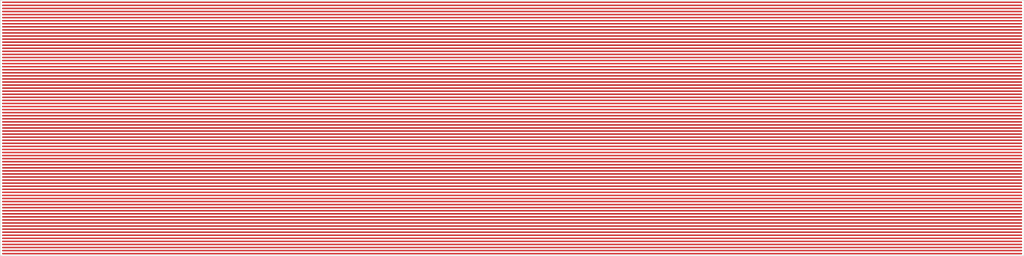
<source format=kicad_pcb>
(kicad_pcb
	(version 20240108)
	(generator "pcbnew")
	(generator_version "8.0")
	(general
		(thickness 1.58)
		(legacy_teardrops no)
	)
	(paper "A4")
	(layers
		(0 "F.Cu" signal)
		(31 "B.Cu" signal)
		(40 "Dwgs.User" user "User.Drawings")
		(41 "Cmts.User" user "User.Comments")
		(42 "Eco1.User" user "User.Eco1")
		(43 "Eco2.User" user "User.Eco2")
		(44 "Edge.Cuts" user)
		(45 "Margin" user)
		(46 "B.CrtYd" user "B.Courtyard")
		(47 "F.CrtYd" user "F.Courtyard")
		(50 "User.1" user)
		(51 "User.2" user)
		(52 "User.3" user)
		(53 "User.4" user)
		(54 "User.5" user)
		(55 "User.6" user)
		(56 "User.7" user)
		(57 "User.8" user)
		(58 "User.9" user)
	)
	(setup
		(stackup
			(layer "F.Cu"
				(type "copper")
				(thickness 0.035)
			)
			(layer "dielectric 1"
				(type "core")
				(thickness 1.51)
				(material "FR4")
				(epsilon_r 4.5)
				(loss_tangent 0.02)
			)
			(layer "B.Cu"
				(type "copper")
				(thickness 0.035)
			)
			(copper_finish "None")
			(dielectric_constraints no)
		)
		(pad_to_mask_clearance 0)
		(allow_soldermask_bridges_in_footprints no)
		(pcbplotparams
			(layerselection 0x0001000_7fffffff)
			(plot_on_all_layers_selection 0x0000000_00000000)
			(disableapertmacros no)
			(usegerberextensions no)
			(usegerberattributes yes)
			(usegerberadvancedattributes yes)
			(creategerberjobfile yes)
			(dashed_line_dash_ratio 12.000000)
			(dashed_line_gap_ratio 3.000000)
			(svgprecision 4)
			(plotframeref no)
			(viasonmask no)
			(mode 1)
			(useauxorigin no)
			(hpglpennumber 1)
			(hpglpenspeed 20)
			(hpglpendiameter 15.000000)
			(pdf_front_fp_property_popups yes)
			(pdf_back_fp_property_popups yes)
			(dxfpolygonmode yes)
			(dxfimperialunits yes)
			(dxfusepcbnewfont yes)
			(psnegative no)
			(psa4output no)
			(plotreference yes)
			(plotvalue yes)
			(plotfptext yes)
			(plotinvisibletext no)
			(sketchpadsonfab no)
			(subtractmaskfromsilk no)
			(outputformat 1)
			(mirror no)
			(drillshape 0)
			(scaleselection 1)
			(outputdirectory "")
		)
	)
	(net 0 "")
	(gr_rect
		(start 100 80)
		(end 200 105)
		(stroke
			(width 0.05)
			(type default)
		)
		(fill none)
		(layer "Edge.Cuts")
		(uuid "ac8836c6-cd9e-4944-a255-52a41d959ebd")
	)
	(segment
		(start 100.25 92.5)
		(end 199.75 92.5)
		(width 0.15)
		(layer "F.Cu")
		(net 0)
		(uuid "062105b5-6fa0-4af2-81af-73ab309d7b23")
	)
	(segment
		(start 100.25 96.1)
		(end 199.75 96.1)
		(width 0.15)
		(layer "F.Cu")
		(net 0)
		(uuid "0cfc32c3-eef1-49ec-bb40-2bb48e03c473")
	)
	(segment
		(start 100.25 86.2)
		(end 199.75 86.2)
		(width 0.15)
		(layer "F.Cu")
		(net 0)
		(uuid "0dce75b7-0733-409f-b456-2dbe4c7a5b7d")
	)
	(segment
		(start 100.25 101.2)
		(end 199.75 101.2)
		(width 0.15)
		(layer "F.Cu")
		(net 0)
		(uuid "0f71de98-f487-49b5-bd80-0855f7c21814")
	)
	(segment
		(start 100.25 85.3)
		(end 199.75 85.3)
		(width 0.15)
		(layer "F.Cu")
		(net 0)
		(uuid "113d3691-19c8-44b1-bd4e-f2db504056c0")
	)
	(segment
		(start 100.25 94)
		(end 199.75 94)
		(width 0.15)
		(layer "F.Cu")
		(net 0)
		(uuid "16266c4b-0fe3-4f33-bc65-81f3c5338f65")
	)
	(segment
		(start 100.25 103)
		(end 199.75 103)
		(width 0.15)
		(layer "F.Cu")
		(net 0)
		(uuid "180bc128-1ce4-4c8e-8f5b-330ae7db57ca")
	)
	(segment
		(start 100.25 88.3)
		(end 199.75 88.3)
		(width 0.15)
		(layer "F.Cu")
		(net 0)
		(uuid "1a04846b-e6b1-44e5-8db7-ac6000c95729")
	)
	(segment
		(start 100.25 82.6)
		(end 199.75 82.6)
		(width 0.15)
		(layer "F.Cu")
		(net 0)
		(uuid "1a5e0be7-c406-4277-818d-1e8b8560617d")
	)
	(segment
		(start 100.25 93.7)
		(end 199.75 93.7)
		(width 0.15)
		(layer "F.Cu")
		(net 0)
		(uuid "254a01fe-3c78-4b4d-8616-33f888fe990f")
	)
	(segment
		(start 100.25 103.6)
		(end 199.75 103.6)
		(width 0.15)
		(layer "F.Cu")
		(net 0)
		(uuid "28f58591-dcaf-4636-8620-5b9333375832")
	)
	(segment
		(start 100.25 86.8)
		(end 199.75 86.8)
		(width 0.15)
		(layer "F.Cu")
		(net 0)
		(uuid "2b961fd3-70d0-4823-8ab5-9a33c7c582d3")
	)
	(segment
		(start 100.25 97.9)
		(end 199.75 97.9)
		(width 0.15)
		(layer "F.Cu")
		(net 0)
		(uuid "2b97ac58-5596-42b2-95fb-e14ee6971c35")
	)
	(segment
		(start 100.25 89.5)
		(end 199.75 89.5)
		(width 0.15)
		(layer "F.Cu")
		(net 0)
		(uuid "2c2305a8-5607-433e-965b-2d69ff6134b7")
	)
	(segment
		(start 100.25 93.4)
		(end 199.75 93.4)
		(width 0.15)
		(layer "F.Cu")
		(net 0)
		(uuid "2f0a7f76-be91-4c1d-bd43-76eb74f29046")
	)
	(segment
		(start 100.25 91.6)
		(end 199.75 91.6)
		(width 0.15)
		(layer "F.Cu")
		(net 0)
		(uuid "2fd99fbd-c540-419f-89ca-da5678ea8bb8")
	)
	(segment
		(start 100.25 101.8)
		(end 199.75 101.8)
		(width 0.15)
		(layer "F.Cu")
		(net 0)
		(uuid "379fceee-fb22-4937-916a-1588bd6168b9")
	)
	(segment
		(start 100.25 85.9)
		(end 199.75 85.9)
		(width 0.15)
		(layer "F.Cu")
		(net 0)
		(uuid "39c23476-58d5-4f9a-87fc-90f038bc9970")
	)
	(segment
		(start 100.25 98.2)
		(end 199.75 98.2)
		(width 0.15)
		(layer "F.Cu")
		(net 0)
		(uuid "3b70e5a1-40f5-4312-9ddf-6f0b01ffadad")
	)
	(segment
		(start 100.25 89.8)
		(end 199.75 89.8)
		(width 0.15)
		(layer "F.Cu")
		(net 0)
		(uuid "3df2a7b5-ff98-483c-8bec-c3a2e423bb5f")
	)
	(segment
		(start 100.25 91.9)
		(end 199.75 91.9)
		(width 0.15)
		(layer "F.Cu")
		(net 0)
		(uuid "3f368b52-40d0-425d-a1b4-b88eba7a9158")
	)
	(segment
		(start 100.25 80.8)
		(end 199.75 80.8)
		(width 0.15)
		(layer "F.Cu")
		(net 0)
		(uuid "40623b6d-3f0d-4a0c-ad25-e43e7d816072")
	)
	(segment
		(start 100.25 102.1)
		(end 199.75 102.1)
		(width 0.15)
		(layer "F.Cu")
		(net 0)
		(uuid "4f58ed90-6f7f-429c-a5aa-3b9ff537288d")
	)
	(segment
		(start 100.25 82.3)
		(end 199.75 82.3)
		(width 0.15)
		(layer "F.Cu")
		(net 0)
		(uuid "4fcb138c-9cc6-491c-b275-d1fb0fa628dd")
	)
	(segment
		(start 100.25 103.9)
		(end 199.75 103.9)
		(width 0.15)
		(layer "F.Cu")
		(net 0)
		(uuid "533580aa-a5bf-4c4a-aabb-a35e60e2f9a4")
	)
	(segment
		(start 100.25 87.4)
		(end 199.75 87.4)
		(width 0.15)
		(layer "F.Cu")
		(net 0)
		(uuid "5f786303-f990-4a53-a757-70ab1dfc762d")
	)
	(segment
		(start 100.25 100)
		(end 199.75 100)
		(width 0.15)
		(layer "F.Cu")
		(net 0)
		(uuid "62ccc69c-c684-4951-b759-38211c2c843e")
	)
	(segment
		(start 100.25 96.4)
		(end 199.75 96.4)
		(width 0.15)
		(layer "F.Cu")
		(net 0)
		(uuid "6619829c-ab69-49b9-9861-3d74b0592fb3")
	)
	(segment
		(start 100.25 97.3)
		(end 199.75 97.3)
		(width 0.15)
		(layer "F.Cu")
		(net 0)
		(uuid "683bafa5-ddab-4a17-9cdb-9848fae99c22")
	)
	(segment
		(start 100.25 81.7)
		(end 199.75 81.7)
		(width 0.15)
		(layer "F.Cu")
		(net 0)
		(uuid "689e4fd6-98a3-4975-b625-70b59c44bfd3")
	)
	(segment
		(start 100.25 84.1)
		(end 199.75 84.1)
		(width 0.15)
		(layer "F.Cu")
		(net 0)
		(uuid "698a9c60-32ce-471d-90d2-0ffc2e197f31")
	)
	(segment
		(start 100.25 103.3)
		(end 199.75 103.3)
		(width 0.15)
		(layer "F.Cu")
		(net 0)
		(uuid "6dc93d59-cf8e-4e3a-8169-884129768b1e")
	)
	(segment
		(start 100.25 92.2)
		(end 199.75 92.2)
		(width 0.15)
		(layer "F.Cu")
		(net 0)
		(uuid "6f70bfd3-993d-4252-afbd-065a538cd0db")
	)
	(segment
		(start 100.25 85.6)
		(end 199.75 85.6)
		(width 0.15)
		(layer "F.Cu")
		(net 0)
		(uuid "71bc4bd1-96a6-4a55-91b9-1933b16b119a")
	)
	(segment
		(start 100.25 98.5)
		(end 199.75 98.5)
		(width 0.15)
		(layer "F.Cu")
		(net 0)
		(uuid "72528bb1-5afe-41ad-9e44-f0a0ff0deeab")
	)
	(segment
		(start 100.25 80.2)
		(end 199.75 80.2)
		(width 0.15)
		(layer "F.Cu")
		(net 0)
		(uuid "7805cbc6-8a30-491f-b3f9-c3db2a49181a")
	)
	(segment
		(start 100.25 88.6)
		(end 199.75 88.6)
		(width 0.15)
		(layer "F.Cu")
		(net 0)
		(uuid "78703d90-1407-4986-af1a-511425b1a33c")
	)
	(segment
		(start 100.25 100.3)
		(end 199.75 100.3)
		(width 0.15)
		(layer "F.Cu")
		(net 0)
		(uuid "78e6cccd-b0f7-457a-add2-8bacbbca7ba8")
	)
	(segment
		(start 100.25 82.9)
		(end 199.75 82.9)
		(width 0.15)
		(layer "F.Cu")
		(net 0)
		(uuid "799a0dce-64fb-423c-9c01-7292db5b8da4")
	)
	(segment
		(start 100.25 102.7)
		(end 199.75 102.7)
		(width 0.15)
		(layer "F.Cu")
		(net 0)
		(uuid "7ab411cc-6ffc-4b5c-b223-e350b7a360fe")
	)
	(segment
		(start 100.25 94.3)
		(end 199.75 94.3)
		(width 0.15)
		(layer "F.Cu")
		(net 0)
		(uuid "7e5f873d-e4b0-460c-a85a-40532c68465f")
	)
	(segment
		(start 100.25 84.7)
		(end 199.75 84.7)
		(width 0.15)
		(layer "F.Cu")
		(net 0)
		(uuid "856c4881-5707-40da-8ba9-293a752dac10")
	)
	(segment
		(start 100.25 99.1)
		(end 199.75 99.1)
		(width 0.15)
		(layer "F.Cu")
		(net 0)
		(uuid "8c60e733-8c52-41e5-92e5-2decd7d2d508")
	)
	(segment
		(start 100.25 87.7)
		(end 199.75 87.7)
		(width 0.15)
		(layer "F.Cu")
		(net 0)
		(uuid "90682cf3-91c1-4634-ba16-98cc7442a031")
	)
	(segment
		(start 100.25 94.9)
		(end 199.75 94.9)
		(width 0.15)
		(layer "F.Cu")
		(net 0)
		(uuid "97b32e8c-a55e-4fcb-9bfa-3658bce1a190")
	)
	(segment
		(start 100.25 83.5)
		(end 199.75 83.5)
		(width 0.15)
		(layer "F.Cu")
		(net 0)
		(uuid "9997c8f5-746b-4afd-84fb-7d8cd2ee80c9")
	)
	(segment
		(start 100.25 90.7)
		(end 199.75 90.7)
		(width 0.15)
		(layer "F.Cu")
		(net 0)
		(uuid "9f4919e0-4433-4e60-a223-b36228b8f08c")
	)
	(segment
		(start 100.25 90.4)
		(end 199.75 90.4)
		(width 0.15)
		(layer "F.Cu")
		(net 0)
		(uuid "a11e5b3a-7237-4e78-be90-385f6f3e8cbe")
	)
	(segment
		(start 100.25 91.3)
		(end 199.75 91.3)
		(width 0.15)
		(layer "F.Cu")
		(net 0)
		(uuid "a335c3e1-4f02-43e3-8b44-066a78dc0484")
	)
	(segment
		(start 100.25 93.1)
		(end 199.75 93.1)
		(width 0.15)
		(layer "F.Cu")
		(net 0)
		(uuid "a3e32103-ab12-425f-a6ea-50271d59f96d")
	)
	(segment
		(start 100.25 95.5)
		(end 199.75 95.5)
		(width 0.15)
		(layer "F.Cu")
		(net 0)
		(uuid "a4aedd42-7966-41a2-8ff3-759081531c1b")
	)
	(segment
		(start 100.25 104.8)
		(end 199.75 104.8)
		(width 0.15)
		(layer "F.Cu")
		(net 0)
		(uuid "a9a8bb9b-0b64-4836-8fde-12440b3ab565")
	)
	(segment
		(start 100.25 84.4)
		(end 199.75 84.4)
		(width 0.15)
		(layer "F.Cu")
		(net 0)
		(uuid "af7e644a-0571-4884-bdef-4e5008b0f717")
	)
	(segment
		(start 100.25 92.8)
		(end 199.75 92.8)
		(width 0.15)
		(layer "F.Cu")
		(net 0)
		(uuid "b4dead33-91b6-41e3-aff8-9742f67efc0b")
	)
	(segment
		(start 100.25 96.7)
		(end 199.75 96.7)
		(width 0.15)
		(layer "F.Cu")
		(net 0)
		(uuid "b523f336-1316-4253-93d8-7a71391b1561")
	)
	(segment
		(start 100.25 94.6)
		(end 199.75 94.6)
		(width 0.15)
		(layer "F.Cu")
		(net 0)
		(uuid "b7d5bec7-0759-4c50-b44d-50e7ee20dbc3")
	)
	(segment
		(start 100.25 97)
		(end 199.75 97)
		(width 0.15)
		(layer "F.Cu")
		(net 0)
		(uuid "b8b7b4bf-a570-40c1-a507-e29d222914a1")
	)
	(segment
		(start 100.25 81.1)
		(end 199.75 81.1)
		(width 0.15)
		(layer "F.Cu")
		(net 0)
		(uuid "bcfbf921-b12a-46ae-bc56-e36c4bedac4a")
	)
	(segment
		(start 100.25 102.4)
		(end 199.75 102.4)
		(width 0.15)
		(layer "F.Cu")
		(net 0)
		(uuid "bd07e5e1-bd92-4833-9386-ec413c62d6ac")
	)
	(segment
		(start 100.25 85)
		(end 199.75 85)
		(width 0.15)
		(layer "F.Cu")
		(net 0)
		(uuid "be3e4fec-7ec3-436f-b337-2073e01491f0")
	)
	(segment
		(start 100.25 98.8)
		(end 199.75 98.8)
		(width 0.15)
		(layer "F.Cu")
		(net 0)
		(uuid "bff22f3e-73cd-41f0-b0af-0525ea3f3d48")
	)
	(segment
		(start 100.25 89.2)
		(end 199.75 89.2)
		(width 0.15)
		(layer "F.Cu")
		(net 0)
		(uuid "c24f9765-bf6c-4355-9702-bbd9373c6778")
	)
	(segment
		(start 100.25 86.5)
		(end 199.75 86.5)
		(width 0.15)
		(layer "F.Cu")
		(net 0)
		(uuid "c35577df-b5d4-494b-80b4-a0644a266bbb")
	)
	(segment
		(start 100.25 82)
		(end 199.75 82)
		(width 0.15)
		(layer "F.Cu")
		(net 0)
		(uuid "c878fb5e-c0de-4493-bd5e-c5747bdbe5e7")
	)
	(segment
		(start 100.25 95.8)
		(end 199.75 95.8)
		(width 0.15)
		(layer "F.Cu")
		(net 0)
		(uuid "cadb0c04-142f-4e51-971e-9dd55268c935")
	)
	(segment
		(start 100.25 90.1)
		(end 199.75 90.1)
		(width 0.15)
		(layer "F.Cu")
		(net 0)
		(uuid "cb35b6ec-f9f5-4695-b228-e1028c7b1c2f")
	)
	(segment
		(start 100.25 100.6)
		(end 199.75 100.6)
		(width 0.15)
		(layer "F.Cu")
		(net 0)
		(uuid "cc1fcd3f-31ea-4955-a00f-add9a5dc8846")
	)
	(segment
		(start 100.25 88.9)
		(end 199.75 88.9)
		(width 0.15)
		(layer "F.Cu")
		(net 0)
		(uuid "ccac0dc4-60a1-4de9-8bd4-3233b4479ae1")
	)
	(segment
		(start 100.25 99.4)
		(end 199.75 99.4)
		(width 0.15)
		(layer "F.Cu")
		(net 0)
		(uuid "d274a3b1-c0ac-444c-ba39-30f900c90a4e")
	)
	(segment
		(start 100.25 83.8)
		(end 199.75 83.8)
		(width 0.15)
		(layer "F.Cu")
		(net 0)
		(uuid "dade97cc-93f8-4180-9fb1-48161561bef9")
	)
	(segment
		(start 100.25 87.1)
		(end 199.75 87.1)
		(width 0.15)
		(layer "F.Cu")
		(net 0)
		(uuid "e74e51ac-56d5-426c-aabe-d1a4b1133299")
	)
	(segment
		(start 100.25 101.5)
		(end 199.75 101.5)
		(width 0.15)
		(layer "F.Cu")
		(net 0)
		(uuid "e85a3a66-d3b6-4a98-a697-fb9f99ad9c32")
	)
	(segment
		(start 100.25 81.4)
		(end 199.75 81.4)
		(width 0.15)
		(layer "F.Cu")
		(net 0)
		(uuid "e8d2ac19-4f13-43ea-ae1f-6c79569dd93e")
	)
	(segment
		(start 100.25 83.2)
		(end 199.75 83.2)
		(width 0.15)
		(layer "F.Cu")
		(net 0)
		(uuid "e916ce0f-b2dd-4c00-a6fe-a7a7552aeb70")
	)
	(segment
		(start 100.25 97.6)
		(end 199.75 97.6)
		(width 0.15)
		(layer "F.Cu")
		(net 0)
		(uuid "ee34acb7-943d-4f97-bab9-da1d761f319f")
	)
	(segment
		(start 100.25 80.5)
		(end 199.75 80.5)
		(width 0.15)
		(layer "F.Cu")
		(net 0)
		(uuid "ef703ab9-4935-4123-bcda-62f97f442eed")
	)
	(segment
		(start 100.25 95.2)
		(end 199.75 95.2)
		(width 0.15)
		(layer "F.Cu")
		(net 0)
		(uuid "f5701a53-8515-49c7-9b9a-10eb1a5901e9")
	)
	(segment
		(start 100.25 91)
		(end 199.75 91)
		(width 0.15)
		(layer "F.Cu")
		(net 0)
		(uuid "f5ac6db6-4f66-4521-b04f-a04810399c3e")
	)
	(segment
		(start 100.25 88)
		(end 199.75 88)
		(width 0.15)
		(layer "F.Cu")
		(net 0)
		(uuid "f7fb7429-af1a-46bd-a19b-10322e6613ec")
	)
	(segment
		(start 100.25 104.2)
		(end 199.75 104.2)
		(width 0.15)
		(layer "F.Cu")
		(net 0)
		(uuid "f811dec5-c67e-4604-81d9-7108bd96d945")
	)
	(segment
		(start 100.25 99.7)
		(end 199.75 99.7)
		(width 0.15)
		(layer "F.Cu")
		(net 0)
		(uuid "f88188d4-f901-42de-85a0-611ff5c18189")
	)
	(segment
		(start 100.25 104.5)
		(end 199.75 104.5)
		(width 0.15)
		(layer "F.Cu")
		(net 0)
		(uuid "fb4ae8d4-ce1d-4623-87b5-4820f87f4cdc")
	)
	(segment
		(start 100.25 100.9)
		(end 199.75 100.9)
		(width 0.15)
		(layer "F.Cu")
		(net 0)
		(uuid "fb6da695-0eeb-4cb9-8270-dc5167818242")
	)
)

</source>
